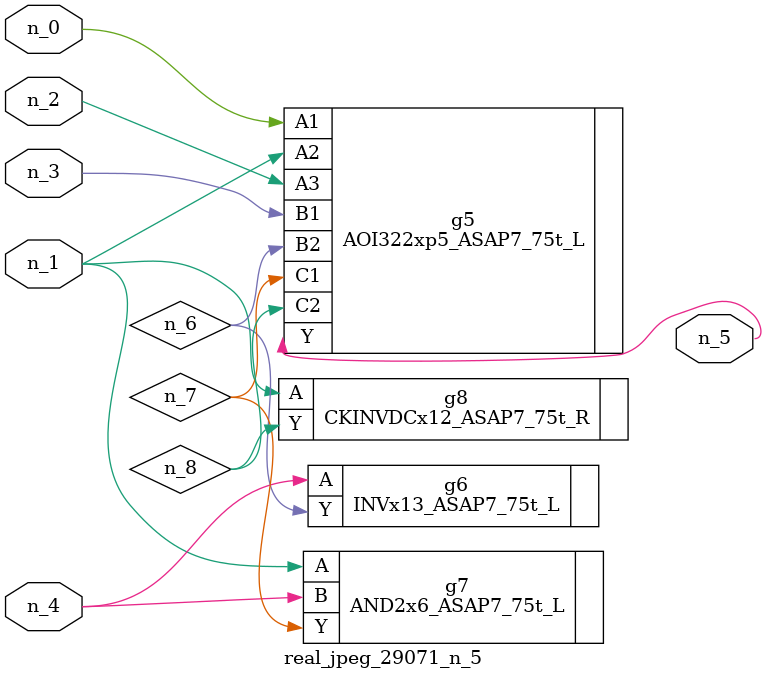
<source format=v>
module real_jpeg_29071_n_5 (n_4, n_0, n_1, n_2, n_3, n_5);

input n_4;
input n_0;
input n_1;
input n_2;
input n_3;

output n_5;

wire n_8;
wire n_6;
wire n_7;

AOI322xp5_ASAP7_75t_L g5 ( 
.A1(n_0),
.A2(n_1),
.A3(n_2),
.B1(n_3),
.B2(n_6),
.C1(n_7),
.C2(n_8),
.Y(n_5)
);

AND2x6_ASAP7_75t_L g7 ( 
.A(n_1),
.B(n_4),
.Y(n_7)
);

CKINVDCx12_ASAP7_75t_R g8 ( 
.A(n_1),
.Y(n_8)
);

INVx13_ASAP7_75t_L g6 ( 
.A(n_4),
.Y(n_6)
);


endmodule
</source>
